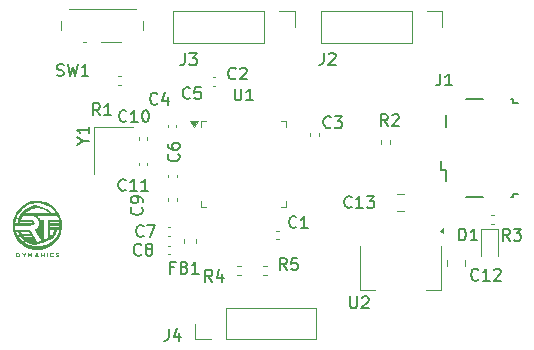
<source format=gbr>
%TF.GenerationSoftware,KiCad,Pcbnew,8.0.6*%
%TF.CreationDate,2024-12-16T15:44:53-05:00*%
%TF.ProjectId,stm32,73746d33-322e-46b6-9963-61645f706362,rev?*%
%TF.SameCoordinates,Original*%
%TF.FileFunction,Legend,Top*%
%TF.FilePolarity,Positive*%
%FSLAX46Y46*%
G04 Gerber Fmt 4.6, Leading zero omitted, Abs format (unit mm)*
G04 Created by KiCad (PCBNEW 8.0.6) date 2024-12-16 15:44:53*
%MOMM*%
%LPD*%
G01*
G04 APERTURE LIST*
%ADD10C,0.150000*%
%ADD11C,0.000000*%
%ADD12C,0.120000*%
G04 APERTURE END LIST*
D10*
X141960999Y-99895218D02*
X141913380Y-99942838D01*
X141913380Y-99942838D02*
X141770523Y-99990457D01*
X141770523Y-99990457D02*
X141675285Y-99990457D01*
X141675285Y-99990457D02*
X141532428Y-99942838D01*
X141532428Y-99942838D02*
X141437190Y-99847599D01*
X141437190Y-99847599D02*
X141389571Y-99752361D01*
X141389571Y-99752361D02*
X141341952Y-99561885D01*
X141341952Y-99561885D02*
X141341952Y-99419028D01*
X141341952Y-99419028D02*
X141389571Y-99228552D01*
X141389571Y-99228552D02*
X141437190Y-99133314D01*
X141437190Y-99133314D02*
X141532428Y-99038076D01*
X141532428Y-99038076D02*
X141675285Y-98990457D01*
X141675285Y-98990457D02*
X141770523Y-98990457D01*
X141770523Y-98990457D02*
X141913380Y-99038076D01*
X141913380Y-99038076D02*
X141960999Y-99085695D01*
X142865761Y-98990457D02*
X142389571Y-98990457D01*
X142389571Y-98990457D02*
X142341952Y-99466647D01*
X142341952Y-99466647D02*
X142389571Y-99419028D01*
X142389571Y-99419028D02*
X142484809Y-99371409D01*
X142484809Y-99371409D02*
X142722904Y-99371409D01*
X142722904Y-99371409D02*
X142818142Y-99419028D01*
X142818142Y-99419028D02*
X142865761Y-99466647D01*
X142865761Y-99466647D02*
X142913380Y-99561885D01*
X142913380Y-99561885D02*
X142913380Y-99799980D01*
X142913380Y-99799980D02*
X142865761Y-99895218D01*
X142865761Y-99895218D02*
X142818142Y-99942838D01*
X142818142Y-99942838D02*
X142722904Y-99990457D01*
X142722904Y-99990457D02*
X142484809Y-99990457D01*
X142484809Y-99990457D02*
X142389571Y-99942838D01*
X142389571Y-99942838D02*
X142341952Y-99895218D01*
X136522123Y-107660879D02*
X136474504Y-107708499D01*
X136474504Y-107708499D02*
X136331647Y-107756118D01*
X136331647Y-107756118D02*
X136236409Y-107756118D01*
X136236409Y-107756118D02*
X136093552Y-107708499D01*
X136093552Y-107708499D02*
X135998314Y-107613260D01*
X135998314Y-107613260D02*
X135950695Y-107518022D01*
X135950695Y-107518022D02*
X135903076Y-107327546D01*
X135903076Y-107327546D02*
X135903076Y-107184689D01*
X135903076Y-107184689D02*
X135950695Y-106994213D01*
X135950695Y-106994213D02*
X135998314Y-106898975D01*
X135998314Y-106898975D02*
X136093552Y-106803737D01*
X136093552Y-106803737D02*
X136236409Y-106756118D01*
X136236409Y-106756118D02*
X136331647Y-106756118D01*
X136331647Y-106756118D02*
X136474504Y-106803737D01*
X136474504Y-106803737D02*
X136522123Y-106851356D01*
X137474504Y-107756118D02*
X136903076Y-107756118D01*
X137188790Y-107756118D02*
X137188790Y-106756118D01*
X137188790Y-106756118D02*
X137093552Y-106898975D01*
X137093552Y-106898975D02*
X136998314Y-106994213D01*
X136998314Y-106994213D02*
X136903076Y-107041832D01*
X138426885Y-107756118D02*
X137855457Y-107756118D01*
X138141171Y-107756118D02*
X138141171Y-106756118D01*
X138141171Y-106756118D02*
X138045933Y-106898975D01*
X138045933Y-106898975D02*
X137950695Y-106994213D01*
X137950695Y-106994213D02*
X137855457Y-107041832D01*
X134333333Y-101354819D02*
X134000000Y-100878628D01*
X133761905Y-101354819D02*
X133761905Y-100354819D01*
X133761905Y-100354819D02*
X134142857Y-100354819D01*
X134142857Y-100354819D02*
X134238095Y-100402438D01*
X134238095Y-100402438D02*
X134285714Y-100450057D01*
X134285714Y-100450057D02*
X134333333Y-100545295D01*
X134333333Y-100545295D02*
X134333333Y-100688152D01*
X134333333Y-100688152D02*
X134285714Y-100783390D01*
X134285714Y-100783390D02*
X134238095Y-100831009D01*
X134238095Y-100831009D02*
X134142857Y-100878628D01*
X134142857Y-100878628D02*
X133761905Y-100878628D01*
X135285714Y-101354819D02*
X134714286Y-101354819D01*
X135000000Y-101354819D02*
X135000000Y-100354819D01*
X135000000Y-100354819D02*
X134904762Y-100497676D01*
X134904762Y-100497676D02*
X134809524Y-100592914D01*
X134809524Y-100592914D02*
X134714286Y-100640533D01*
X132900424Y-103505181D02*
X133376615Y-103505181D01*
X132376615Y-103838514D02*
X132900424Y-103505181D01*
X132900424Y-103505181D02*
X132376615Y-103171848D01*
X133376615Y-102314705D02*
X133376615Y-102886133D01*
X133376615Y-102600419D02*
X132376615Y-102600419D01*
X132376615Y-102600419D02*
X132519472Y-102695657D01*
X132519472Y-102695657D02*
X132614710Y-102790895D01*
X132614710Y-102790895D02*
X132662329Y-102886133D01*
X141536382Y-96130371D02*
X141536382Y-96844656D01*
X141536382Y-96844656D02*
X141488763Y-96987513D01*
X141488763Y-96987513D02*
X141393525Y-97082752D01*
X141393525Y-97082752D02*
X141250668Y-97130371D01*
X141250668Y-97130371D02*
X141155430Y-97130371D01*
X141917335Y-96130371D02*
X142536382Y-96130371D01*
X142536382Y-96130371D02*
X142203049Y-96511323D01*
X142203049Y-96511323D02*
X142345906Y-96511323D01*
X142345906Y-96511323D02*
X142441144Y-96558942D01*
X142441144Y-96558942D02*
X142488763Y-96606561D01*
X142488763Y-96606561D02*
X142536382Y-96701799D01*
X142536382Y-96701799D02*
X142536382Y-96939894D01*
X142536382Y-96939894D02*
X142488763Y-97035132D01*
X142488763Y-97035132D02*
X142441144Y-97082752D01*
X142441144Y-97082752D02*
X142345906Y-97130371D01*
X142345906Y-97130371D02*
X142060192Y-97130371D01*
X142060192Y-97130371D02*
X141964954Y-97082752D01*
X141964954Y-97082752D02*
X141917335Y-97035132D01*
X130695793Y-97983575D02*
X130838650Y-98031194D01*
X130838650Y-98031194D02*
X131076745Y-98031194D01*
X131076745Y-98031194D02*
X131171983Y-97983575D01*
X131171983Y-97983575D02*
X131219602Y-97935955D01*
X131219602Y-97935955D02*
X131267221Y-97840717D01*
X131267221Y-97840717D02*
X131267221Y-97745479D01*
X131267221Y-97745479D02*
X131219602Y-97650241D01*
X131219602Y-97650241D02*
X131171983Y-97602622D01*
X131171983Y-97602622D02*
X131076745Y-97555003D01*
X131076745Y-97555003D02*
X130886269Y-97507384D01*
X130886269Y-97507384D02*
X130791031Y-97459765D01*
X130791031Y-97459765D02*
X130743412Y-97412146D01*
X130743412Y-97412146D02*
X130695793Y-97316908D01*
X130695793Y-97316908D02*
X130695793Y-97221670D01*
X130695793Y-97221670D02*
X130743412Y-97126432D01*
X130743412Y-97126432D02*
X130791031Y-97078813D01*
X130791031Y-97078813D02*
X130886269Y-97031194D01*
X130886269Y-97031194D02*
X131124364Y-97031194D01*
X131124364Y-97031194D02*
X131267221Y-97078813D01*
X131600555Y-97031194D02*
X131838650Y-98031194D01*
X131838650Y-98031194D02*
X132029126Y-97316908D01*
X132029126Y-97316908D02*
X132219602Y-98031194D01*
X132219602Y-98031194D02*
X132457698Y-97031194D01*
X133362459Y-98031194D02*
X132791031Y-98031194D01*
X133076745Y-98031194D02*
X133076745Y-97031194D01*
X133076745Y-97031194D02*
X132981507Y-97174051D01*
X132981507Y-97174051D02*
X132886269Y-97269289D01*
X132886269Y-97269289D02*
X132791031Y-97316908D01*
X145738095Y-99104819D02*
X145738095Y-99914342D01*
X145738095Y-99914342D02*
X145785714Y-100009580D01*
X145785714Y-100009580D02*
X145833333Y-100057200D01*
X145833333Y-100057200D02*
X145928571Y-100104819D01*
X145928571Y-100104819D02*
X146119047Y-100104819D01*
X146119047Y-100104819D02*
X146214285Y-100057200D01*
X146214285Y-100057200D02*
X146261904Y-100009580D01*
X146261904Y-100009580D02*
X146309523Y-99914342D01*
X146309523Y-99914342D02*
X146309523Y-99104819D01*
X147309523Y-100104819D02*
X146738095Y-100104819D01*
X147023809Y-100104819D02*
X147023809Y-99104819D01*
X147023809Y-99104819D02*
X146928571Y-99247676D01*
X146928571Y-99247676D02*
X146833333Y-99342914D01*
X146833333Y-99342914D02*
X146738095Y-99390533D01*
X139204733Y-100359580D02*
X139157114Y-100407200D01*
X139157114Y-100407200D02*
X139014257Y-100454819D01*
X139014257Y-100454819D02*
X138919019Y-100454819D01*
X138919019Y-100454819D02*
X138776162Y-100407200D01*
X138776162Y-100407200D02*
X138680924Y-100311961D01*
X138680924Y-100311961D02*
X138633305Y-100216723D01*
X138633305Y-100216723D02*
X138585686Y-100026247D01*
X138585686Y-100026247D02*
X138585686Y-99883390D01*
X138585686Y-99883390D02*
X138633305Y-99692914D01*
X138633305Y-99692914D02*
X138680924Y-99597676D01*
X138680924Y-99597676D02*
X138776162Y-99502438D01*
X138776162Y-99502438D02*
X138919019Y-99454819D01*
X138919019Y-99454819D02*
X139014257Y-99454819D01*
X139014257Y-99454819D02*
X139157114Y-99502438D01*
X139157114Y-99502438D02*
X139204733Y-99550057D01*
X140061876Y-99788152D02*
X140061876Y-100454819D01*
X139823781Y-99407200D02*
X139585686Y-100121485D01*
X139585686Y-100121485D02*
X140204733Y-100121485D01*
X140982291Y-104643598D02*
X141029911Y-104691217D01*
X141029911Y-104691217D02*
X141077530Y-104834074D01*
X141077530Y-104834074D02*
X141077530Y-104929312D01*
X141077530Y-104929312D02*
X141029911Y-105072169D01*
X141029911Y-105072169D02*
X140934672Y-105167407D01*
X140934672Y-105167407D02*
X140839434Y-105215026D01*
X140839434Y-105215026D02*
X140648958Y-105262645D01*
X140648958Y-105262645D02*
X140506101Y-105262645D01*
X140506101Y-105262645D02*
X140315625Y-105215026D01*
X140315625Y-105215026D02*
X140220387Y-105167407D01*
X140220387Y-105167407D02*
X140125149Y-105072169D01*
X140125149Y-105072169D02*
X140077530Y-104929312D01*
X140077530Y-104929312D02*
X140077530Y-104834074D01*
X140077530Y-104834074D02*
X140125149Y-104691217D01*
X140125149Y-104691217D02*
X140172768Y-104643598D01*
X140077530Y-103786455D02*
X140077530Y-103976931D01*
X140077530Y-103976931D02*
X140125149Y-104072169D01*
X140125149Y-104072169D02*
X140172768Y-104119788D01*
X140172768Y-104119788D02*
X140315625Y-104215026D01*
X140315625Y-104215026D02*
X140506101Y-104262645D01*
X140506101Y-104262645D02*
X140887053Y-104262645D01*
X140887053Y-104262645D02*
X140982291Y-104215026D01*
X140982291Y-104215026D02*
X141029911Y-104167407D01*
X141029911Y-104167407D02*
X141077530Y-104072169D01*
X141077530Y-104072169D02*
X141077530Y-103881693D01*
X141077530Y-103881693D02*
X141029911Y-103786455D01*
X141029911Y-103786455D02*
X140982291Y-103738836D01*
X140982291Y-103738836D02*
X140887053Y-103691217D01*
X140887053Y-103691217D02*
X140648958Y-103691217D01*
X140648958Y-103691217D02*
X140553720Y-103738836D01*
X140553720Y-103738836D02*
X140506101Y-103786455D01*
X140506101Y-103786455D02*
X140458482Y-103881693D01*
X140458482Y-103881693D02*
X140458482Y-104072169D01*
X140458482Y-104072169D02*
X140506101Y-104167407D01*
X140506101Y-104167407D02*
X140553720Y-104215026D01*
X140553720Y-104215026D02*
X140648958Y-104262645D01*
X163146268Y-97834620D02*
X163146268Y-98548905D01*
X163146268Y-98548905D02*
X163098649Y-98691762D01*
X163098649Y-98691762D02*
X163003411Y-98787001D01*
X163003411Y-98787001D02*
X162860554Y-98834620D01*
X162860554Y-98834620D02*
X162765316Y-98834620D01*
X164146268Y-98834620D02*
X163574840Y-98834620D01*
X163860554Y-98834620D02*
X163860554Y-97834620D01*
X163860554Y-97834620D02*
X163765316Y-97977477D01*
X163765316Y-97977477D02*
X163670078Y-98072715D01*
X163670078Y-98072715D02*
X163574840Y-98120334D01*
X155643052Y-109108928D02*
X155595433Y-109156548D01*
X155595433Y-109156548D02*
X155452576Y-109204167D01*
X155452576Y-109204167D02*
X155357338Y-109204167D01*
X155357338Y-109204167D02*
X155214481Y-109156548D01*
X155214481Y-109156548D02*
X155119243Y-109061309D01*
X155119243Y-109061309D02*
X155071624Y-108966071D01*
X155071624Y-108966071D02*
X155024005Y-108775595D01*
X155024005Y-108775595D02*
X155024005Y-108632738D01*
X155024005Y-108632738D02*
X155071624Y-108442262D01*
X155071624Y-108442262D02*
X155119243Y-108347024D01*
X155119243Y-108347024D02*
X155214481Y-108251786D01*
X155214481Y-108251786D02*
X155357338Y-108204167D01*
X155357338Y-108204167D02*
X155452576Y-108204167D01*
X155452576Y-108204167D02*
X155595433Y-108251786D01*
X155595433Y-108251786D02*
X155643052Y-108299405D01*
X156595433Y-109204167D02*
X156024005Y-109204167D01*
X156309719Y-109204167D02*
X156309719Y-108204167D01*
X156309719Y-108204167D02*
X156214481Y-108347024D01*
X156214481Y-108347024D02*
X156119243Y-108442262D01*
X156119243Y-108442262D02*
X156024005Y-108489881D01*
X156928767Y-108204167D02*
X157547814Y-108204167D01*
X157547814Y-108204167D02*
X157214481Y-108585119D01*
X157214481Y-108585119D02*
X157357338Y-108585119D01*
X157357338Y-108585119D02*
X157452576Y-108632738D01*
X157452576Y-108632738D02*
X157500195Y-108680357D01*
X157500195Y-108680357D02*
X157547814Y-108775595D01*
X157547814Y-108775595D02*
X157547814Y-109013690D01*
X157547814Y-109013690D02*
X157500195Y-109108928D01*
X157500195Y-109108928D02*
X157452576Y-109156548D01*
X157452576Y-109156548D02*
X157357338Y-109204167D01*
X157357338Y-109204167D02*
X157071624Y-109204167D01*
X157071624Y-109204167D02*
X156976386Y-109156548D01*
X156976386Y-109156548D02*
X156928767Y-109108928D01*
X150961199Y-110814578D02*
X150913580Y-110862198D01*
X150913580Y-110862198D02*
X150770723Y-110909817D01*
X150770723Y-110909817D02*
X150675485Y-110909817D01*
X150675485Y-110909817D02*
X150532628Y-110862198D01*
X150532628Y-110862198D02*
X150437390Y-110766959D01*
X150437390Y-110766959D02*
X150389771Y-110671721D01*
X150389771Y-110671721D02*
X150342152Y-110481245D01*
X150342152Y-110481245D02*
X150342152Y-110338388D01*
X150342152Y-110338388D02*
X150389771Y-110147912D01*
X150389771Y-110147912D02*
X150437390Y-110052674D01*
X150437390Y-110052674D02*
X150532628Y-109957436D01*
X150532628Y-109957436D02*
X150675485Y-109909817D01*
X150675485Y-109909817D02*
X150770723Y-109909817D01*
X150770723Y-109909817D02*
X150913580Y-109957436D01*
X150913580Y-109957436D02*
X150961199Y-110005055D01*
X151913580Y-110909817D02*
X151342152Y-110909817D01*
X151627866Y-110909817D02*
X151627866Y-109909817D01*
X151627866Y-109909817D02*
X151532628Y-110052674D01*
X151532628Y-110052674D02*
X151437390Y-110147912D01*
X151437390Y-110147912D02*
X151342152Y-110195531D01*
X153884212Y-102359580D02*
X153836593Y-102407200D01*
X153836593Y-102407200D02*
X153693736Y-102454819D01*
X153693736Y-102454819D02*
X153598498Y-102454819D01*
X153598498Y-102454819D02*
X153455641Y-102407200D01*
X153455641Y-102407200D02*
X153360403Y-102311961D01*
X153360403Y-102311961D02*
X153312784Y-102216723D01*
X153312784Y-102216723D02*
X153265165Y-102026247D01*
X153265165Y-102026247D02*
X153265165Y-101883390D01*
X153265165Y-101883390D02*
X153312784Y-101692914D01*
X153312784Y-101692914D02*
X153360403Y-101597676D01*
X153360403Y-101597676D02*
X153455641Y-101502438D01*
X153455641Y-101502438D02*
X153598498Y-101454819D01*
X153598498Y-101454819D02*
X153693736Y-101454819D01*
X153693736Y-101454819D02*
X153836593Y-101502438D01*
X153836593Y-101502438D02*
X153884212Y-101550057D01*
X154217546Y-101454819D02*
X154836593Y-101454819D01*
X154836593Y-101454819D02*
X154503260Y-101835771D01*
X154503260Y-101835771D02*
X154646117Y-101835771D01*
X154646117Y-101835771D02*
X154741355Y-101883390D01*
X154741355Y-101883390D02*
X154788974Y-101931009D01*
X154788974Y-101931009D02*
X154836593Y-102026247D01*
X154836593Y-102026247D02*
X154836593Y-102264342D01*
X154836593Y-102264342D02*
X154788974Y-102359580D01*
X154788974Y-102359580D02*
X154741355Y-102407200D01*
X154741355Y-102407200D02*
X154646117Y-102454819D01*
X154646117Y-102454819D02*
X154360403Y-102454819D01*
X154360403Y-102454819D02*
X154265165Y-102407200D01*
X154265165Y-102407200D02*
X154217546Y-102359580D01*
X143833333Y-115454819D02*
X143500000Y-114978628D01*
X143261905Y-115454819D02*
X143261905Y-114454819D01*
X143261905Y-114454819D02*
X143642857Y-114454819D01*
X143642857Y-114454819D02*
X143738095Y-114502438D01*
X143738095Y-114502438D02*
X143785714Y-114550057D01*
X143785714Y-114550057D02*
X143833333Y-114645295D01*
X143833333Y-114645295D02*
X143833333Y-114788152D01*
X143833333Y-114788152D02*
X143785714Y-114883390D01*
X143785714Y-114883390D02*
X143738095Y-114931009D01*
X143738095Y-114931009D02*
X143642857Y-114978628D01*
X143642857Y-114978628D02*
X143261905Y-114978628D01*
X144690476Y-114788152D02*
X144690476Y-115454819D01*
X144452381Y-114407200D02*
X144214286Y-115121485D01*
X144214286Y-115121485D02*
X144833333Y-115121485D01*
X137859580Y-109166666D02*
X137907200Y-109214285D01*
X137907200Y-109214285D02*
X137954819Y-109357142D01*
X137954819Y-109357142D02*
X137954819Y-109452380D01*
X137954819Y-109452380D02*
X137907200Y-109595237D01*
X137907200Y-109595237D02*
X137811961Y-109690475D01*
X137811961Y-109690475D02*
X137716723Y-109738094D01*
X137716723Y-109738094D02*
X137526247Y-109785713D01*
X137526247Y-109785713D02*
X137383390Y-109785713D01*
X137383390Y-109785713D02*
X137192914Y-109738094D01*
X137192914Y-109738094D02*
X137097676Y-109690475D01*
X137097676Y-109690475D02*
X137002438Y-109595237D01*
X137002438Y-109595237D02*
X136954819Y-109452380D01*
X136954819Y-109452380D02*
X136954819Y-109357142D01*
X136954819Y-109357142D02*
X137002438Y-109214285D01*
X137002438Y-109214285D02*
X137050057Y-109166666D01*
X137954819Y-108690475D02*
X137954819Y-108499999D01*
X137954819Y-108499999D02*
X137907200Y-108404761D01*
X137907200Y-108404761D02*
X137859580Y-108357142D01*
X137859580Y-108357142D02*
X137716723Y-108261904D01*
X137716723Y-108261904D02*
X137526247Y-108214285D01*
X137526247Y-108214285D02*
X137145295Y-108214285D01*
X137145295Y-108214285D02*
X137050057Y-108261904D01*
X137050057Y-108261904D02*
X137002438Y-108309523D01*
X137002438Y-108309523D02*
X136954819Y-108404761D01*
X136954819Y-108404761D02*
X136954819Y-108595237D01*
X136954819Y-108595237D02*
X137002438Y-108690475D01*
X137002438Y-108690475D02*
X137050057Y-108738094D01*
X137050057Y-108738094D02*
X137145295Y-108785713D01*
X137145295Y-108785713D02*
X137383390Y-108785713D01*
X137383390Y-108785713D02*
X137478628Y-108738094D01*
X137478628Y-108738094D02*
X137526247Y-108690475D01*
X137526247Y-108690475D02*
X137573866Y-108595237D01*
X137573866Y-108595237D02*
X137573866Y-108404761D01*
X137573866Y-108404761D02*
X137526247Y-108309523D01*
X137526247Y-108309523D02*
X137478628Y-108261904D01*
X137478628Y-108261904D02*
X137383390Y-108214285D01*
X166383115Y-115259580D02*
X166335496Y-115307200D01*
X166335496Y-115307200D02*
X166192639Y-115354819D01*
X166192639Y-115354819D02*
X166097401Y-115354819D01*
X166097401Y-115354819D02*
X165954544Y-115307200D01*
X165954544Y-115307200D02*
X165859306Y-115211961D01*
X165859306Y-115211961D02*
X165811687Y-115116723D01*
X165811687Y-115116723D02*
X165764068Y-114926247D01*
X165764068Y-114926247D02*
X165764068Y-114783390D01*
X165764068Y-114783390D02*
X165811687Y-114592914D01*
X165811687Y-114592914D02*
X165859306Y-114497676D01*
X165859306Y-114497676D02*
X165954544Y-114402438D01*
X165954544Y-114402438D02*
X166097401Y-114354819D01*
X166097401Y-114354819D02*
X166192639Y-114354819D01*
X166192639Y-114354819D02*
X166335496Y-114402438D01*
X166335496Y-114402438D02*
X166383115Y-114450057D01*
X167335496Y-115354819D02*
X166764068Y-115354819D01*
X167049782Y-115354819D02*
X167049782Y-114354819D01*
X167049782Y-114354819D02*
X166954544Y-114497676D01*
X166954544Y-114497676D02*
X166859306Y-114592914D01*
X166859306Y-114592914D02*
X166764068Y-114640533D01*
X167716449Y-114450057D02*
X167764068Y-114402438D01*
X167764068Y-114402438D02*
X167859306Y-114354819D01*
X167859306Y-114354819D02*
X168097401Y-114354819D01*
X168097401Y-114354819D02*
X168192639Y-114402438D01*
X168192639Y-114402438D02*
X168240258Y-114450057D01*
X168240258Y-114450057D02*
X168287877Y-114545295D01*
X168287877Y-114545295D02*
X168287877Y-114640533D01*
X168287877Y-114640533D02*
X168240258Y-114783390D01*
X168240258Y-114783390D02*
X167668830Y-115354819D01*
X167668830Y-115354819D02*
X168287877Y-115354819D01*
X169021173Y-111983451D02*
X168687840Y-111507260D01*
X168449745Y-111983451D02*
X168449745Y-110983451D01*
X168449745Y-110983451D02*
X168830697Y-110983451D01*
X168830697Y-110983451D02*
X168925935Y-111031070D01*
X168925935Y-111031070D02*
X168973554Y-111078689D01*
X168973554Y-111078689D02*
X169021173Y-111173927D01*
X169021173Y-111173927D02*
X169021173Y-111316784D01*
X169021173Y-111316784D02*
X168973554Y-111412022D01*
X168973554Y-111412022D02*
X168925935Y-111459641D01*
X168925935Y-111459641D02*
X168830697Y-111507260D01*
X168830697Y-111507260D02*
X168449745Y-111507260D01*
X169354507Y-110983451D02*
X169973554Y-110983451D01*
X169973554Y-110983451D02*
X169640221Y-111364403D01*
X169640221Y-111364403D02*
X169783078Y-111364403D01*
X169783078Y-111364403D02*
X169878316Y-111412022D01*
X169878316Y-111412022D02*
X169925935Y-111459641D01*
X169925935Y-111459641D02*
X169973554Y-111554879D01*
X169973554Y-111554879D02*
X169973554Y-111792974D01*
X169973554Y-111792974D02*
X169925935Y-111888212D01*
X169925935Y-111888212D02*
X169878316Y-111935832D01*
X169878316Y-111935832D02*
X169783078Y-111983451D01*
X169783078Y-111983451D02*
X169497364Y-111983451D01*
X169497364Y-111983451D02*
X169402126Y-111935832D01*
X169402126Y-111935832D02*
X169354507Y-111888212D01*
X140643322Y-114244264D02*
X140309989Y-114244264D01*
X140309989Y-114768074D02*
X140309989Y-113768074D01*
X140309989Y-113768074D02*
X140786179Y-113768074D01*
X141500465Y-114244264D02*
X141643322Y-114291883D01*
X141643322Y-114291883D02*
X141690941Y-114339502D01*
X141690941Y-114339502D02*
X141738560Y-114434740D01*
X141738560Y-114434740D02*
X141738560Y-114577597D01*
X141738560Y-114577597D02*
X141690941Y-114672835D01*
X141690941Y-114672835D02*
X141643322Y-114720455D01*
X141643322Y-114720455D02*
X141548084Y-114768074D01*
X141548084Y-114768074D02*
X141167132Y-114768074D01*
X141167132Y-114768074D02*
X141167132Y-113768074D01*
X141167132Y-113768074D02*
X141500465Y-113768074D01*
X141500465Y-113768074D02*
X141595703Y-113815693D01*
X141595703Y-113815693D02*
X141643322Y-113863312D01*
X141643322Y-113863312D02*
X141690941Y-113958550D01*
X141690941Y-113958550D02*
X141690941Y-114053788D01*
X141690941Y-114053788D02*
X141643322Y-114149026D01*
X141643322Y-114149026D02*
X141595703Y-114196645D01*
X141595703Y-114196645D02*
X141500465Y-114244264D01*
X141500465Y-114244264D02*
X141167132Y-114244264D01*
X142690941Y-114768074D02*
X142119513Y-114768074D01*
X142405227Y-114768074D02*
X142405227Y-113768074D01*
X142405227Y-113768074D02*
X142309989Y-113910931D01*
X142309989Y-113910931D02*
X142214751Y-114006169D01*
X142214751Y-114006169D02*
X142119513Y-114053788D01*
X155524005Y-116704167D02*
X155524005Y-117513690D01*
X155524005Y-117513690D02*
X155571624Y-117608928D01*
X155571624Y-117608928D02*
X155619243Y-117656548D01*
X155619243Y-117656548D02*
X155714481Y-117704167D01*
X155714481Y-117704167D02*
X155904957Y-117704167D01*
X155904957Y-117704167D02*
X156000195Y-117656548D01*
X156000195Y-117656548D02*
X156047814Y-117608928D01*
X156047814Y-117608928D02*
X156095433Y-117513690D01*
X156095433Y-117513690D02*
X156095433Y-116704167D01*
X156524005Y-116799405D02*
X156571624Y-116751786D01*
X156571624Y-116751786D02*
X156666862Y-116704167D01*
X156666862Y-116704167D02*
X156904957Y-116704167D01*
X156904957Y-116704167D02*
X157000195Y-116751786D01*
X157000195Y-116751786D02*
X157047814Y-116799405D01*
X157047814Y-116799405D02*
X157095433Y-116894643D01*
X157095433Y-116894643D02*
X157095433Y-116989881D01*
X157095433Y-116989881D02*
X157047814Y-117132738D01*
X157047814Y-117132738D02*
X156476386Y-117704167D01*
X156476386Y-117704167D02*
X157095433Y-117704167D01*
X158703963Y-102278637D02*
X158370630Y-101802446D01*
X158132535Y-102278637D02*
X158132535Y-101278637D01*
X158132535Y-101278637D02*
X158513487Y-101278637D01*
X158513487Y-101278637D02*
X158608725Y-101326256D01*
X158608725Y-101326256D02*
X158656344Y-101373875D01*
X158656344Y-101373875D02*
X158703963Y-101469113D01*
X158703963Y-101469113D02*
X158703963Y-101611970D01*
X158703963Y-101611970D02*
X158656344Y-101707208D01*
X158656344Y-101707208D02*
X158608725Y-101754827D01*
X158608725Y-101754827D02*
X158513487Y-101802446D01*
X158513487Y-101802446D02*
X158132535Y-101802446D01*
X159084916Y-101373875D02*
X159132535Y-101326256D01*
X159132535Y-101326256D02*
X159227773Y-101278637D01*
X159227773Y-101278637D02*
X159465868Y-101278637D01*
X159465868Y-101278637D02*
X159561106Y-101326256D01*
X159561106Y-101326256D02*
X159608725Y-101373875D01*
X159608725Y-101373875D02*
X159656344Y-101469113D01*
X159656344Y-101469113D02*
X159656344Y-101564351D01*
X159656344Y-101564351D02*
X159608725Y-101707208D01*
X159608725Y-101707208D02*
X159037297Y-102278637D01*
X159037297Y-102278637D02*
X159656344Y-102278637D01*
X150153333Y-114454819D02*
X149820000Y-113978628D01*
X149581905Y-114454819D02*
X149581905Y-113454819D01*
X149581905Y-113454819D02*
X149962857Y-113454819D01*
X149962857Y-113454819D02*
X150058095Y-113502438D01*
X150058095Y-113502438D02*
X150105714Y-113550057D01*
X150105714Y-113550057D02*
X150153333Y-113645295D01*
X150153333Y-113645295D02*
X150153333Y-113788152D01*
X150153333Y-113788152D02*
X150105714Y-113883390D01*
X150105714Y-113883390D02*
X150058095Y-113931009D01*
X150058095Y-113931009D02*
X149962857Y-113978628D01*
X149962857Y-113978628D02*
X149581905Y-113978628D01*
X151058095Y-113454819D02*
X150581905Y-113454819D01*
X150581905Y-113454819D02*
X150534286Y-113931009D01*
X150534286Y-113931009D02*
X150581905Y-113883390D01*
X150581905Y-113883390D02*
X150677143Y-113835771D01*
X150677143Y-113835771D02*
X150915238Y-113835771D01*
X150915238Y-113835771D02*
X151010476Y-113883390D01*
X151010476Y-113883390D02*
X151058095Y-113931009D01*
X151058095Y-113931009D02*
X151105714Y-114026247D01*
X151105714Y-114026247D02*
X151105714Y-114264342D01*
X151105714Y-114264342D02*
X151058095Y-114359580D01*
X151058095Y-114359580D02*
X151010476Y-114407200D01*
X151010476Y-114407200D02*
X150915238Y-114454819D01*
X150915238Y-114454819D02*
X150677143Y-114454819D01*
X150677143Y-114454819D02*
X150581905Y-114407200D01*
X150581905Y-114407200D02*
X150534286Y-114359580D01*
X164761905Y-111954819D02*
X164761905Y-110954819D01*
X164761905Y-110954819D02*
X165000000Y-110954819D01*
X165000000Y-110954819D02*
X165142857Y-111002438D01*
X165142857Y-111002438D02*
X165238095Y-111097676D01*
X165238095Y-111097676D02*
X165285714Y-111192914D01*
X165285714Y-111192914D02*
X165333333Y-111383390D01*
X165333333Y-111383390D02*
X165333333Y-111526247D01*
X165333333Y-111526247D02*
X165285714Y-111716723D01*
X165285714Y-111716723D02*
X165238095Y-111811961D01*
X165238095Y-111811961D02*
X165142857Y-111907200D01*
X165142857Y-111907200D02*
X165000000Y-111954819D01*
X165000000Y-111954819D02*
X164761905Y-111954819D01*
X166285714Y-111954819D02*
X165714286Y-111954819D01*
X166000000Y-111954819D02*
X166000000Y-110954819D01*
X166000000Y-110954819D02*
X165904762Y-111097676D01*
X165904762Y-111097676D02*
X165809524Y-111192914D01*
X165809524Y-111192914D02*
X165714286Y-111240533D01*
X137833333Y-113140413D02*
X137785714Y-113188033D01*
X137785714Y-113188033D02*
X137642857Y-113235652D01*
X137642857Y-113235652D02*
X137547619Y-113235652D01*
X137547619Y-113235652D02*
X137404762Y-113188033D01*
X137404762Y-113188033D02*
X137309524Y-113092794D01*
X137309524Y-113092794D02*
X137261905Y-112997556D01*
X137261905Y-112997556D02*
X137214286Y-112807080D01*
X137214286Y-112807080D02*
X137214286Y-112664223D01*
X137214286Y-112664223D02*
X137261905Y-112473747D01*
X137261905Y-112473747D02*
X137309524Y-112378509D01*
X137309524Y-112378509D02*
X137404762Y-112283271D01*
X137404762Y-112283271D02*
X137547619Y-112235652D01*
X137547619Y-112235652D02*
X137642857Y-112235652D01*
X137642857Y-112235652D02*
X137785714Y-112283271D01*
X137785714Y-112283271D02*
X137833333Y-112330890D01*
X138404762Y-112664223D02*
X138309524Y-112616604D01*
X138309524Y-112616604D02*
X138261905Y-112568985D01*
X138261905Y-112568985D02*
X138214286Y-112473747D01*
X138214286Y-112473747D02*
X138214286Y-112426128D01*
X138214286Y-112426128D02*
X138261905Y-112330890D01*
X138261905Y-112330890D02*
X138309524Y-112283271D01*
X138309524Y-112283271D02*
X138404762Y-112235652D01*
X138404762Y-112235652D02*
X138595238Y-112235652D01*
X138595238Y-112235652D02*
X138690476Y-112283271D01*
X138690476Y-112283271D02*
X138738095Y-112330890D01*
X138738095Y-112330890D02*
X138785714Y-112426128D01*
X138785714Y-112426128D02*
X138785714Y-112473747D01*
X138785714Y-112473747D02*
X138738095Y-112568985D01*
X138738095Y-112568985D02*
X138690476Y-112616604D01*
X138690476Y-112616604D02*
X138595238Y-112664223D01*
X138595238Y-112664223D02*
X138404762Y-112664223D01*
X138404762Y-112664223D02*
X138309524Y-112711842D01*
X138309524Y-112711842D02*
X138261905Y-112759461D01*
X138261905Y-112759461D02*
X138214286Y-112854699D01*
X138214286Y-112854699D02*
X138214286Y-113045175D01*
X138214286Y-113045175D02*
X138261905Y-113140413D01*
X138261905Y-113140413D02*
X138309524Y-113188033D01*
X138309524Y-113188033D02*
X138404762Y-113235652D01*
X138404762Y-113235652D02*
X138595238Y-113235652D01*
X138595238Y-113235652D02*
X138690476Y-113188033D01*
X138690476Y-113188033D02*
X138738095Y-113140413D01*
X138738095Y-113140413D02*
X138785714Y-113045175D01*
X138785714Y-113045175D02*
X138785714Y-112854699D01*
X138785714Y-112854699D02*
X138738095Y-112759461D01*
X138738095Y-112759461D02*
X138690476Y-112711842D01*
X138690476Y-112711842D02*
X138595238Y-112664223D01*
X140166666Y-119454819D02*
X140166666Y-120169104D01*
X140166666Y-120169104D02*
X140119047Y-120311961D01*
X140119047Y-120311961D02*
X140023809Y-120407200D01*
X140023809Y-120407200D02*
X139880952Y-120454819D01*
X139880952Y-120454819D02*
X139785714Y-120454819D01*
X141071428Y-119788152D02*
X141071428Y-120454819D01*
X140833333Y-119407200D02*
X140595238Y-120121485D01*
X140595238Y-120121485D02*
X141214285Y-120121485D01*
X136570965Y-101832385D02*
X136523346Y-101880005D01*
X136523346Y-101880005D02*
X136380489Y-101927624D01*
X136380489Y-101927624D02*
X136285251Y-101927624D01*
X136285251Y-101927624D02*
X136142394Y-101880005D01*
X136142394Y-101880005D02*
X136047156Y-101784766D01*
X136047156Y-101784766D02*
X135999537Y-101689528D01*
X135999537Y-101689528D02*
X135951918Y-101499052D01*
X135951918Y-101499052D02*
X135951918Y-101356195D01*
X135951918Y-101356195D02*
X135999537Y-101165719D01*
X135999537Y-101165719D02*
X136047156Y-101070481D01*
X136047156Y-101070481D02*
X136142394Y-100975243D01*
X136142394Y-100975243D02*
X136285251Y-100927624D01*
X136285251Y-100927624D02*
X136380489Y-100927624D01*
X136380489Y-100927624D02*
X136523346Y-100975243D01*
X136523346Y-100975243D02*
X136570965Y-101022862D01*
X137523346Y-101927624D02*
X136951918Y-101927624D01*
X137237632Y-101927624D02*
X137237632Y-100927624D01*
X137237632Y-100927624D02*
X137142394Y-101070481D01*
X137142394Y-101070481D02*
X137047156Y-101165719D01*
X137047156Y-101165719D02*
X136951918Y-101213338D01*
X138142394Y-100927624D02*
X138237632Y-100927624D01*
X138237632Y-100927624D02*
X138332870Y-100975243D01*
X138332870Y-100975243D02*
X138380489Y-101022862D01*
X138380489Y-101022862D02*
X138428108Y-101118100D01*
X138428108Y-101118100D02*
X138475727Y-101308576D01*
X138475727Y-101308576D02*
X138475727Y-101546671D01*
X138475727Y-101546671D02*
X138428108Y-101737147D01*
X138428108Y-101737147D02*
X138380489Y-101832385D01*
X138380489Y-101832385D02*
X138332870Y-101880005D01*
X138332870Y-101880005D02*
X138237632Y-101927624D01*
X138237632Y-101927624D02*
X138142394Y-101927624D01*
X138142394Y-101927624D02*
X138047156Y-101880005D01*
X138047156Y-101880005D02*
X137999537Y-101832385D01*
X137999537Y-101832385D02*
X137951918Y-101737147D01*
X137951918Y-101737147D02*
X137904299Y-101546671D01*
X137904299Y-101546671D02*
X137904299Y-101308576D01*
X137904299Y-101308576D02*
X137951918Y-101118100D01*
X137951918Y-101118100D02*
X137999537Y-101022862D01*
X137999537Y-101022862D02*
X138047156Y-100975243D01*
X138047156Y-100975243D02*
X138142394Y-100927624D01*
X138029372Y-111571155D02*
X137981753Y-111618775D01*
X137981753Y-111618775D02*
X137838896Y-111666394D01*
X137838896Y-111666394D02*
X137743658Y-111666394D01*
X137743658Y-111666394D02*
X137600801Y-111618775D01*
X137600801Y-111618775D02*
X137505563Y-111523536D01*
X137505563Y-111523536D02*
X137457944Y-111428298D01*
X137457944Y-111428298D02*
X137410325Y-111237822D01*
X137410325Y-111237822D02*
X137410325Y-111094965D01*
X137410325Y-111094965D02*
X137457944Y-110904489D01*
X137457944Y-110904489D02*
X137505563Y-110809251D01*
X137505563Y-110809251D02*
X137600801Y-110714013D01*
X137600801Y-110714013D02*
X137743658Y-110666394D01*
X137743658Y-110666394D02*
X137838896Y-110666394D01*
X137838896Y-110666394D02*
X137981753Y-110714013D01*
X137981753Y-110714013D02*
X138029372Y-110761632D01*
X138362706Y-110666394D02*
X139029372Y-110666394D01*
X139029372Y-110666394D02*
X138600801Y-111666394D01*
X153283760Y-96085351D02*
X153283760Y-96799636D01*
X153283760Y-96799636D02*
X153236141Y-96942493D01*
X153236141Y-96942493D02*
X153140903Y-97037732D01*
X153140903Y-97037732D02*
X152998046Y-97085351D01*
X152998046Y-97085351D02*
X152902808Y-97085351D01*
X153712332Y-96180589D02*
X153759951Y-96132970D01*
X153759951Y-96132970D02*
X153855189Y-96085351D01*
X153855189Y-96085351D02*
X154093284Y-96085351D01*
X154093284Y-96085351D02*
X154188522Y-96132970D01*
X154188522Y-96132970D02*
X154236141Y-96180589D01*
X154236141Y-96180589D02*
X154283760Y-96275827D01*
X154283760Y-96275827D02*
X154283760Y-96371065D01*
X154283760Y-96371065D02*
X154236141Y-96513922D01*
X154236141Y-96513922D02*
X153664713Y-97085351D01*
X153664713Y-97085351D02*
X154283760Y-97085351D01*
X145825812Y-98235643D02*
X145778193Y-98283263D01*
X145778193Y-98283263D02*
X145635336Y-98330882D01*
X145635336Y-98330882D02*
X145540098Y-98330882D01*
X145540098Y-98330882D02*
X145397241Y-98283263D01*
X145397241Y-98283263D02*
X145302003Y-98188024D01*
X145302003Y-98188024D02*
X145254384Y-98092786D01*
X145254384Y-98092786D02*
X145206765Y-97902310D01*
X145206765Y-97902310D02*
X145206765Y-97759453D01*
X145206765Y-97759453D02*
X145254384Y-97568977D01*
X145254384Y-97568977D02*
X145302003Y-97473739D01*
X145302003Y-97473739D02*
X145397241Y-97378501D01*
X145397241Y-97378501D02*
X145540098Y-97330882D01*
X145540098Y-97330882D02*
X145635336Y-97330882D01*
X145635336Y-97330882D02*
X145778193Y-97378501D01*
X145778193Y-97378501D02*
X145825812Y-97426120D01*
X146206765Y-97426120D02*
X146254384Y-97378501D01*
X146254384Y-97378501D02*
X146349622Y-97330882D01*
X146349622Y-97330882D02*
X146587717Y-97330882D01*
X146587717Y-97330882D02*
X146682955Y-97378501D01*
X146682955Y-97378501D02*
X146730574Y-97426120D01*
X146730574Y-97426120D02*
X146778193Y-97521358D01*
X146778193Y-97521358D02*
X146778193Y-97616596D01*
X146778193Y-97616596D02*
X146730574Y-97759453D01*
X146730574Y-97759453D02*
X146159146Y-98330882D01*
X146159146Y-98330882D02*
X146778193Y-98330882D01*
D11*
%TO.C,G\u002A\u002A\u002A*%
G36*
X130818416Y-113017396D02*
G01*
X130850588Y-113030242D01*
X130884148Y-113048043D01*
X130898006Y-113061867D01*
X130894140Y-113076342D01*
X130877547Y-113093386D01*
X130855827Y-113107460D01*
X130832967Y-113104603D01*
X130824519Y-113101024D01*
X130788633Y-113090356D01*
X130750241Y-113087353D01*
X130717027Y-113091680D01*
X130696676Y-113103002D01*
X130694571Y-113106691D01*
X130696718Y-113128911D01*
X130720258Y-113147143D01*
X130763429Y-113160187D01*
X130776457Y-113162404D01*
X130818414Y-113172990D01*
X130857851Y-113189470D01*
X130863397Y-113192633D01*
X130888938Y-113212153D01*
X130899347Y-113235379D01*
X130900919Y-113260699D01*
X130891179Y-113311709D01*
X130862125Y-113349723D01*
X130814006Y-113374442D01*
X130802760Y-113377603D01*
X130762704Y-113386670D01*
X130734679Y-113388876D01*
X130708393Y-113384123D01*
X130685170Y-113376480D01*
X130649504Y-113360275D01*
X130617342Y-113341071D01*
X130584500Y-113318067D01*
X130609597Y-113291353D01*
X130634693Y-113264640D01*
X130686746Y-113287666D01*
X130731169Y-113301264D01*
X130772352Y-113303437D01*
X130803586Y-113294385D01*
X130814636Y-113283854D01*
X130816116Y-113268846D01*
X130799527Y-113254895D01*
X130762883Y-113240768D01*
X130730561Y-113231726D01*
X130674060Y-113214648D01*
X130636976Y-113196496D01*
X130615447Y-113174717D01*
X130606092Y-113149452D01*
X130606754Y-113100972D01*
X130626181Y-113060704D01*
X130660716Y-113030430D01*
X130706705Y-113011932D01*
X130760490Y-113006993D01*
X130818416Y-113017396D01*
G37*
G36*
X127329408Y-113005942D02*
G01*
X127408518Y-113010496D01*
X127470171Y-113024838D01*
X127518613Y-113050210D01*
X127539106Y-113067325D01*
X127579096Y-113119249D01*
X127596509Y-113176164D01*
X127591173Y-113236581D01*
X127565290Y-113295192D01*
X127530162Y-113334471D01*
X127479526Y-113360981D01*
X127411509Y-113375439D01*
X127346901Y-113378808D01*
X127250689Y-113379064D01*
X127250689Y-113192470D01*
X127250689Y-113190527D01*
X127250689Y-113099174D01*
X127332324Y-113099174D01*
X127332324Y-113190527D01*
X127333254Y-113234651D01*
X127335718Y-113269289D01*
X127339229Y-113288213D01*
X127340098Y-113289654D01*
X127363206Y-113298500D01*
X127397973Y-113297148D01*
X127435855Y-113287059D01*
X127468309Y-113269691D01*
X127471374Y-113267237D01*
X127500237Y-113231486D01*
X127506051Y-113192467D01*
X127488797Y-113150596D01*
X127477063Y-113135055D01*
X127454767Y-113112645D01*
X127431119Y-113102088D01*
X127395928Y-113099203D01*
X127389597Y-113099174D01*
X127332324Y-113099174D01*
X127250689Y-113099174D01*
X127250689Y-113005877D01*
X127329408Y-113005942D01*
G37*
G36*
X127812765Y-113007540D02*
G01*
X127832585Y-113015361D01*
X127852499Y-113033587D01*
X127878776Y-113066465D01*
X127881464Y-113070019D01*
X127905960Y-113101928D01*
X127924364Y-113124897D01*
X127932838Y-113134143D01*
X127932920Y-113134160D01*
X127940885Y-113125601D01*
X127958957Y-113103100D01*
X127983315Y-113071423D01*
X127984702Y-113069588D01*
X128011466Y-113035456D01*
X128030925Y-113016380D01*
X128049215Y-113008352D01*
X128072468Y-113007365D01*
X128079400Y-113007726D01*
X128108366Y-113011121D01*
X128124287Y-113016263D01*
X128125345Y-113017921D01*
X128118971Y-113030754D01*
X128102382Y-113056786D01*
X128079380Y-113090571D01*
X128053766Y-113126665D01*
X128029340Y-113159622D01*
X128009903Y-113183996D01*
X128007493Y-113186756D01*
X127994015Y-113211577D01*
X127985999Y-113251873D01*
X127983081Y-113291715D01*
X127979569Y-113373233D01*
X127935836Y-113376852D01*
X127892103Y-113380472D01*
X127892103Y-113300033D01*
X127892103Y-113219594D01*
X127816300Y-113123380D01*
X127784967Y-113082653D01*
X127759941Y-113048302D01*
X127744273Y-113024626D01*
X127740496Y-113016522D01*
X127750839Y-113009833D01*
X127776653Y-113006135D01*
X127786767Y-113005877D01*
X127812765Y-113007540D01*
G37*
G36*
X128324486Y-113024961D02*
G01*
X128361226Y-113054500D01*
X128411632Y-113101270D01*
X128451637Y-113139347D01*
X128485974Y-113171088D01*
X128510964Y-113193153D01*
X128522879Y-113202189D01*
X128527806Y-113193347D01*
X128531522Y-113166410D01*
X128533404Y-113126602D01*
X128533517Y-113113084D01*
X128533517Y-113020091D01*
X128574691Y-113015284D01*
X128603428Y-113013482D01*
X128620361Y-113015318D01*
X128621339Y-113015952D01*
X128623231Y-113028914D01*
X128624840Y-113061048D01*
X128626042Y-113108203D01*
X128626714Y-113166227D01*
X128626814Y-113200245D01*
X128626690Y-113268282D01*
X128626002Y-113316430D01*
X128624281Y-113348123D01*
X128621055Y-113366796D01*
X128615852Y-113375885D01*
X128608202Y-113378824D01*
X128602282Y-113379064D01*
X128583070Y-113371278D01*
X128551304Y-113349809D01*
X128510901Y-113317492D01*
X128481409Y-113291598D01*
X128442155Y-113256528D01*
X128409213Y-113228161D01*
X128386364Y-113209684D01*
X128377658Y-113204133D01*
X128374116Y-113214843D01*
X128371496Y-113243173D01*
X128370281Y-113283424D01*
X128370248Y-113291598D01*
X128370248Y-113379064D01*
X128329431Y-113379064D01*
X128288614Y-113379064D01*
X128286670Y-113215795D01*
X128285896Y-113155040D01*
X128285120Y-113101617D01*
X128284420Y-113060388D01*
X128283873Y-113036213D01*
X128283755Y-113033089D01*
X128287009Y-113014926D01*
X128300167Y-113011993D01*
X128324486Y-113024961D01*
G37*
G36*
X129007737Y-113007738D02*
G01*
X129023123Y-113015471D01*
X129038091Y-113032304D01*
X129054915Y-113061466D01*
X129075868Y-113106183D01*
X129100524Y-113163315D01*
X129123168Y-113215931D01*
X129145709Y-113267014D01*
X129164482Y-113308303D01*
X129170370Y-113320753D01*
X129195698Y-113373233D01*
X129153311Y-113377022D01*
X129120147Y-113375982D01*
X129099790Y-113363200D01*
X129094857Y-113356613D01*
X129083220Y-113343841D01*
X129065551Y-113336490D01*
X129035937Y-113333151D01*
X128993157Y-113332415D01*
X128947639Y-113333269D01*
X128919777Y-113336724D01*
X128903938Y-113344118D01*
X128895042Y-113355740D01*
X128877994Y-113372609D01*
X128847090Y-113378849D01*
X128836916Y-113379064D01*
X128791273Y-113379064D01*
X128809299Y-113335331D01*
X128824118Y-113300603D01*
X128843843Y-113255917D01*
X128846164Y-113250781D01*
X128942807Y-113250781D01*
X128994728Y-113250781D01*
X129025842Y-113249517D01*
X129044380Y-113246322D01*
X129046649Y-113244485D01*
X129041403Y-113228211D01*
X129028650Y-113202334D01*
X129012870Y-113174739D01*
X128998540Y-113153313D01*
X128990617Y-113145822D01*
X128981736Y-113155754D01*
X128969164Y-113181013D01*
X128962257Y-113198302D01*
X128942807Y-113250781D01*
X128846164Y-113250781D01*
X128859339Y-113221626D01*
X128882519Y-113170683D01*
X128908239Y-113113752D01*
X128923945Y-113078765D01*
X128942513Y-113039658D01*
X128957039Y-113017625D01*
X128971783Y-113007941D01*
X128989662Y-113005877D01*
X129007737Y-113007738D01*
G37*
G36*
X129703132Y-113016465D02*
G01*
X129707226Y-113028244D01*
X129709681Y-113051423D01*
X129710914Y-113089254D01*
X129711342Y-113144991D01*
X129711387Y-113193562D01*
X129711387Y-113379064D01*
X129673197Y-113379064D01*
X129635007Y-113379064D01*
X129638348Y-113291598D01*
X129638911Y-113249818D01*
X129637362Y-113218898D01*
X129634030Y-113204524D01*
X129633246Y-113204133D01*
X129621054Y-113211674D01*
X129597911Y-113231269D01*
X129574005Y-113253696D01*
X129523206Y-113303260D01*
X129487882Y-113259527D01*
X129465171Y-113233899D01*
X129447349Y-113218161D01*
X129442028Y-113215795D01*
X129436838Y-113226469D01*
X129433077Y-113254560D01*
X129431505Y-113294171D01*
X129431497Y-113297429D01*
X129431497Y-113379064D01*
X129390680Y-113379064D01*
X129349863Y-113379064D01*
X129349863Y-113198302D01*
X129350254Y-113122340D01*
X129352459Y-113068195D01*
X129358029Y-113034360D01*
X129368511Y-113019329D01*
X129385454Y-113021596D01*
X129410408Y-113039655D01*
X129444921Y-113071999D01*
X129462208Y-113089054D01*
X129534363Y-113160568D01*
X129599840Y-113090338D01*
X129633202Y-113056744D01*
X129663341Y-113030228D01*
X129684872Y-113015429D01*
X129688352Y-113014085D01*
X129696979Y-113012829D01*
X129703132Y-113016465D01*
G37*
G36*
X129930347Y-113195386D02*
G01*
X129933559Y-113379064D01*
X129894139Y-113379064D01*
X129854720Y-113379064D01*
X129848333Y-113201217D01*
X129846340Y-113139467D01*
X129845057Y-113086543D01*
X129844551Y-113046547D01*
X129844886Y-113023584D01*
X129845427Y-113019723D01*
X129858214Y-113016668D01*
X129884753Y-113014087D01*
X129888021Y-113013892D01*
X129927135Y-113011708D01*
X129930347Y-113195386D01*
G37*
G36*
X130334508Y-113014690D02*
G01*
X130386590Y-113038387D01*
X130416642Y-113063471D01*
X130431682Y-113082254D01*
X130430579Y-113094415D01*
X130412121Y-113110074D01*
X130410946Y-113110961D01*
X130390722Y-113124490D01*
X130374943Y-113125695D01*
X130352827Y-113114429D01*
X130345728Y-113110068D01*
X130316092Y-113094915D01*
X130291784Y-113087627D01*
X130289620Y-113087512D01*
X130251642Y-113097202D01*
X130215387Y-113121610D01*
X130191101Y-113153745D01*
X130190502Y-113155141D01*
X130181631Y-113200894D01*
X130192017Y-113240667D01*
X130217796Y-113271554D01*
X130255106Y-113290647D01*
X130300081Y-113295038D01*
X130348858Y-113281819D01*
X130354891Y-113278855D01*
X130380344Y-113267453D01*
X130396501Y-113268749D01*
X130414213Y-113283686D01*
X130414578Y-113284050D01*
X130430126Y-113303383D01*
X130428679Y-113318436D01*
X130422663Y-113326717D01*
X130382498Y-113358149D01*
X130329892Y-113375565D01*
X130271550Y-113378271D01*
X130214177Y-113365574D01*
X130184783Y-113351362D01*
X130138363Y-113311716D01*
X130109785Y-113262944D01*
X130097948Y-113209138D01*
X130101753Y-113154385D01*
X130120098Y-113102776D01*
X130151882Y-113058401D01*
X130196006Y-113025348D01*
X130251368Y-113007707D01*
X130277768Y-113005877D01*
X130334508Y-113014690D01*
G37*
G36*
X129175145Y-108602803D02*
G01*
X129380224Y-108623671D01*
X129577320Y-108664582D01*
X129769330Y-108726147D01*
X129959154Y-108808979D01*
X129971850Y-108815296D01*
X130168985Y-108926367D01*
X130349049Y-109053299D01*
X130511914Y-109195952D01*
X130657452Y-109354187D01*
X130785535Y-109527864D01*
X130896034Y-109716845D01*
X130987659Y-109918063D01*
X131056725Y-110122652D01*
X131103634Y-110331885D01*
X131128623Y-110543889D01*
X131131931Y-110756790D01*
X131113794Y-110968716D01*
X131074451Y-111177793D01*
X131014139Y-111382148D01*
X130933096Y-111579907D01*
X130831561Y-111769199D01*
X130734135Y-111915473D01*
X130686353Y-111975880D01*
X130625607Y-112045151D01*
X130557253Y-112117710D01*
X130486646Y-112187983D01*
X130419141Y-112250396D01*
X130381956Y-112282078D01*
X130204833Y-112411993D01*
X130016425Y-112521928D01*
X129818171Y-112611453D01*
X129611510Y-112680136D01*
X129397880Y-112727547D01*
X129178719Y-112753253D01*
X128955467Y-112756824D01*
X128825069Y-112748620D01*
X128705484Y-112732409D01*
X128573483Y-112705210D01*
X128436291Y-112668611D01*
X128376818Y-112650157D01*
X128177672Y-112573532D01*
X127988404Y-112476595D01*
X127810418Y-112360767D01*
X127645119Y-112227466D01*
X127493911Y-112078112D01*
X127358198Y-111914124D01*
X127239386Y-111736921D01*
X127138878Y-111547924D01*
X127058080Y-111348551D01*
X127042570Y-111301810D01*
X127030490Y-111262164D01*
X127250689Y-111262164D01*
X127255338Y-111276482D01*
X127267776Y-111306842D01*
X127285736Y-111348236D01*
X127306951Y-111395661D01*
X127329156Y-111444110D01*
X127350085Y-111488579D01*
X127367471Y-111524061D01*
X127378834Y-111545202D01*
X127401953Y-111572556D01*
X127425393Y-111583102D01*
X127425689Y-111583104D01*
X127448707Y-111593669D01*
X127477065Y-111623798D01*
X127487086Y-111637551D01*
X127521980Y-111684486D01*
X127566478Y-111739100D01*
X127617351Y-111797943D01*
X127671368Y-111857566D01*
X127725301Y-111914519D01*
X127775919Y-111965353D01*
X127819994Y-112006619D01*
X127854296Y-112034868D01*
X127866715Y-112043001D01*
X127892578Y-112061174D01*
X127902318Y-112069876D01*
X127925235Y-112088657D01*
X127963462Y-112115776D01*
X128012044Y-112148026D01*
X128066025Y-112182199D01*
X128120447Y-112215090D01*
X128170356Y-112243491D01*
X128172132Y-112244458D01*
X128331115Y-112321691D01*
X128491943Y-112380636D01*
X128662686Y-112424128D01*
X128709382Y-112433197D01*
X128814982Y-112450945D01*
X128905595Y-112462155D01*
X128988508Y-112467204D01*
X129071010Y-112466466D01*
X129160389Y-112460317D01*
X129186594Y-112457783D01*
X129323389Y-112438153D01*
X129468000Y-112407147D01*
X129612109Y-112367007D01*
X129747393Y-112319975D01*
X129834552Y-112283155D01*
X129882103Y-112259370D01*
X129940102Y-112227681D01*
X130001932Y-112191978D01*
X130060975Y-112156149D01*
X130110617Y-112124084D01*
X130137053Y-112105337D01*
X130184878Y-112067793D01*
X130240531Y-112022255D01*
X130298031Y-111973789D01*
X130351400Y-111927465D01*
X130394659Y-111888349D01*
X130407618Y-111876025D01*
X130427746Y-111865980D01*
X130450801Y-111872020D01*
X130475652Y-111878561D01*
X130489638Y-111876482D01*
X130504519Y-111861045D01*
X130528434Y-111829283D01*
X130558872Y-111785136D01*
X130593322Y-111732547D01*
X130629274Y-111675456D01*
X130664215Y-111617805D01*
X130695635Y-111563534D01*
X130721024Y-111516585D01*
X130728574Y-111501470D01*
X130755781Y-111440985D01*
X130784165Y-111370588D01*
X130811786Y-111295885D01*
X130836702Y-111222483D01*
X130856972Y-111155988D01*
X130870655Y-111102005D01*
X130874712Y-111079372D01*
X130880818Y-111033847D01*
X130801705Y-111037332D01*
X130765638Y-111039001D01*
X130740537Y-111042728D01*
X130722912Y-111052241D01*
X130709277Y-111071268D01*
X130696143Y-111103536D01*
X130680023Y-111152774D01*
X130672958Y-111174931D01*
X130649226Y-111240436D01*
X130617269Y-111316569D01*
X130580372Y-111396440D01*
X130541820Y-111473159D01*
X130504900Y-111539837D01*
X130480159Y-111579253D01*
X130420070Y-111661278D01*
X130350403Y-111746229D01*
X130278713Y-111825192D01*
X130233768Y-111869880D01*
X130158455Y-111940908D01*
X130112767Y-111908259D01*
X130069032Y-111882388D01*
X130037615Y-111876023D01*
X130019532Y-111887774D01*
X130002212Y-111904687D01*
X129968165Y-111929346D01*
X129921623Y-111959260D01*
X129866817Y-111991940D01*
X129807980Y-112024894D01*
X129749341Y-112055634D01*
X129695134Y-112081669D01*
X129675274Y-112090362D01*
X129586511Y-112124237D01*
X129486507Y-112156422D01*
X129382201Y-112185107D01*
X129280532Y-112208484D01*
X129188440Y-112224745D01*
X129137030Y-112230640D01*
X129034987Y-112238939D01*
X129034987Y-112290405D01*
X129031218Y-112329135D01*
X129019531Y-112347607D01*
X129017325Y-112348649D01*
X128995053Y-112351031D01*
X128954610Y-112349657D01*
X128900741Y-112345105D01*
X128838193Y-112337954D01*
X128771710Y-112328779D01*
X128706041Y-112318161D01*
X128645930Y-112306675D01*
X128614516Y-112299611D01*
X128424448Y-112241793D01*
X128243784Y-112163151D01*
X128073821Y-112064727D01*
X127915853Y-111947567D01*
X127771177Y-111812714D01*
X127641088Y-111661212D01*
X127610610Y-111616616D01*
X127882325Y-111616616D01*
X127892881Y-111629382D01*
X127915937Y-111651185D01*
X127936939Y-111669275D01*
X127987607Y-111711387D01*
X128296209Y-111711387D01*
X128604812Y-111711387D01*
X128575261Y-111661823D01*
X128545711Y-111612259D01*
X128212044Y-111609163D01*
X128119239Y-111608656D01*
X128038585Y-111608920D01*
X127972326Y-111609907D01*
X127922706Y-111611564D01*
X127891969Y-111613841D01*
X127882325Y-111616616D01*
X127610610Y-111616616D01*
X127526883Y-111494105D01*
X127455866Y-111365996D01*
X127436121Y-111325325D01*
X127421382Y-111291975D01*
X127414249Y-111271918D01*
X127413958Y-111269784D01*
X127402609Y-111261959D01*
X127369375Y-111257535D01*
X127332324Y-111256566D01*
X127292084Y-111257298D01*
X127262927Y-111259225D01*
X127250753Y-111261941D01*
X127250689Y-111262164D01*
X127030490Y-111262164D01*
X127027184Y-111251314D01*
X127635538Y-111251314D01*
X127641248Y-111267599D01*
X127656073Y-111297126D01*
X127676549Y-111333492D01*
X127699216Y-111370296D01*
X127703016Y-111376102D01*
X127731934Y-111419835D01*
X128081587Y-111419835D01*
X128431241Y-111419835D01*
X128410397Y-111387764D01*
X128391849Y-111359234D01*
X128367552Y-111321869D01*
X128353661Y-111300508D01*
X128317769Y-111245323D01*
X127976653Y-111245113D01*
X127890158Y-111245270D01*
X127811732Y-111245816D01*
X127744264Y-111246699D01*
X127690639Y-111247865D01*
X127653744Y-111249264D01*
X127636467Y-111250841D01*
X127635538Y-111251314D01*
X127027184Y-111251314D01*
X127013754Y-111207234D01*
X126991819Y-111123914D01*
X126975894Y-111045855D01*
X126965112Y-110967066D01*
X126958604Y-110881554D01*
X126955502Y-110783326D01*
X126954887Y-110696786D01*
X127154916Y-110696786D01*
X127163042Y-110798830D01*
X127168675Y-110857650D01*
X127176064Y-110918963D01*
X127183739Y-110970742D01*
X127184776Y-110976676D01*
X127198386Y-111052480D01*
X127821197Y-111058311D01*
X128444008Y-111064142D01*
X128573313Y-111279980D01*
X128617158Y-111353063D01*
X128662221Y-111427989D01*
X128705254Y-111499375D01*
X128743013Y-111561837D01*
X128772251Y-111609990D01*
X128773689Y-111612349D01*
X128809411Y-111671251D01*
X128851255Y-111740758D01*
X128893518Y-111811369D01*
X128924223Y-111862994D01*
X128964480Y-111931174D01*
X128994962Y-111981998D01*
X129018275Y-112017873D01*
X129037027Y-112041210D01*
X129053824Y-112054416D01*
X129071275Y-112059901D01*
X129091986Y-112060073D01*
X129118564Y-112057341D01*
X129132943Y-112055825D01*
X129189458Y-112048909D01*
X129253485Y-112039028D01*
X129303214Y-112029876D01*
X129345189Y-112021047D01*
X129377054Y-112013854D01*
X129393005Y-112009619D01*
X129393776Y-112009243D01*
X129388954Y-111998907D01*
X129373730Y-111971505D01*
X129349778Y-111929928D01*
X129318770Y-111877066D01*
X129282380Y-111815808D01*
X129264553Y-111786038D01*
X129210881Y-111696309D01*
X129156253Y-111604395D01*
X129101972Y-111512544D01*
X129049343Y-111422999D01*
X128999672Y-111338007D01*
X128954262Y-111259814D01*
X128914418Y-111190666D01*
X128881446Y-111132807D01*
X128856649Y-111088485D01*
X128841332Y-111059944D01*
X128836731Y-111049629D01*
X128846390Y-111040040D01*
X128871305Y-111024893D01*
X128895489Y-111012597D01*
X128968292Y-110966194D01*
X129034603Y-110901098D01*
X129091147Y-110821716D01*
X129134649Y-110732458D01*
X129156974Y-110660715D01*
X129173834Y-110540233D01*
X129168007Y-110421407D01*
X129140120Y-110306557D01*
X129090801Y-110198003D01*
X129020677Y-110098064D01*
X128997836Y-110072408D01*
X128915151Y-109997818D01*
X128820026Y-109938784D01*
X128708329Y-109892764D01*
X128702617Y-109890884D01*
X128679578Y-109883721D01*
X128657116Y-109877924D01*
X128632438Y-109873316D01*
X128602749Y-109869716D01*
X128565254Y-109866947D01*
X128517160Y-109864828D01*
X128490488Y-109864114D01*
X129034987Y-109864114D01*
X129042547Y-109875678D01*
X129061865Y-109897528D01*
X129076740Y-109912865D01*
X129123784Y-109964638D01*
X129175237Y-110029026D01*
X129224844Y-110097900D01*
X129256053Y-110145940D01*
X129279638Y-110180655D01*
X129302044Y-110207606D01*
X129315225Y-110218828D01*
X129335649Y-110223722D01*
X129373201Y-110227576D01*
X129421689Y-110229879D01*
X129454055Y-110230303D01*
X129571442Y-110230303D01*
X129571442Y-111087466D01*
X129571558Y-111264522D01*
X129571915Y-111419078D01*
X129572524Y-111551957D01*
X129573398Y-111663979D01*
X129574549Y-111755970D01*
X129575990Y-111828750D01*
X129577732Y-111883142D01*
X129579789Y-111919969D01*
X129582171Y-111940054D01*
X129584231Y-111944628D01*
X129598840Y-111938591D01*
X129628098Y-111922302D01*
X129667279Y-111898492D01*
X129697937Y-111878905D01*
X129750162Y-111843944D01*
X129803886Y-111806417D01*
X129850362Y-111772488D01*
X129865909Y-111760564D01*
X129932966Y-111707946D01*
X129932965Y-111498321D01*
X130144035Y-111498321D01*
X130145068Y-111550756D01*
X130148438Y-111584411D01*
X130154991Y-111600802D01*
X130165573Y-111601442D01*
X130181033Y-111587846D01*
X130202214Y-111561528D01*
X130229966Y-111524004D01*
X130243319Y-111505894D01*
X130324481Y-111383381D01*
X130390437Y-111253789D01*
X130429004Y-111157149D01*
X130446981Y-111105411D01*
X130456598Y-111071569D01*
X130458583Y-111052034D01*
X130453660Y-111043221D01*
X130452223Y-111042544D01*
X130434852Y-111040343D01*
X130399295Y-111038864D01*
X130350683Y-111038233D01*
X130294146Y-111038578D01*
X130292450Y-111038604D01*
X130148715Y-111040818D01*
X130145592Y-111331054D01*
X130144492Y-111425592D01*
X130144035Y-111498321D01*
X129932965Y-111498321D01*
X129932962Y-110966209D01*
X129932961Y-110715386D01*
X130139617Y-110715386D01*
X130139958Y-110743998D01*
X130140993Y-110760105D01*
X130145232Y-110813407D01*
X130528906Y-110813407D01*
X130912581Y-110813407D01*
X130912581Y-110755097D01*
X130912581Y-110696786D01*
X130529676Y-110696786D01*
X130437550Y-110696933D01*
X130353088Y-110697351D01*
X130279064Y-110698002D01*
X130218249Y-110698852D01*
X130173417Y-110699865D01*
X130147340Y-110701005D01*
X130141762Y-110701795D01*
X130139617Y-110715386D01*
X129932961Y-110715386D01*
X129932959Y-110455770D01*
X129932959Y-110405234D01*
X130131222Y-110405234D01*
X130131222Y-110455770D01*
X130132910Y-110488539D01*
X130137149Y-110510588D01*
X130139153Y-110514237D01*
X130152324Y-110516060D01*
X130186004Y-110517550D01*
X130237383Y-110518671D01*
X130303647Y-110519388D01*
X130381985Y-110519666D01*
X130469585Y-110519469D01*
X130526917Y-110519096D01*
X130906750Y-110516024D01*
X130908071Y-110460629D01*
X130909393Y-110405234D01*
X130520307Y-110405234D01*
X130131222Y-110405234D01*
X129932959Y-110405234D01*
X129932958Y-110224472D01*
X130399445Y-110227648D01*
X130518173Y-110228351D01*
X130615558Y-110228651D01*
X130693581Y-110228494D01*
X130754219Y-110227823D01*
X130799452Y-110226584D01*
X130831260Y-110224720D01*
X130851622Y-110222176D01*
X130862516Y-110218896D01*
X130865923Y-110214826D01*
X130865932Y-110214559D01*
X130861818Y-110191397D01*
X130850743Y-110152212D01*
X130834614Y-110102555D01*
X130815336Y-110047977D01*
X130794814Y-109994028D01*
X130774952Y-109946260D01*
X130770269Y-109935836D01*
X130734197Y-109857117D01*
X129884592Y-109857117D01*
X129746132Y-109857210D01*
X129614686Y-109857481D01*
X129492080Y-109857914D01*
X129380146Y-109858493D01*
X129280712Y-109859204D01*
X129195607Y-109860032D01*
X129126661Y-109860962D01*
X129075703Y-109861978D01*
X129044562Y-109863066D01*
X129034987Y-109864114D01*
X128490488Y-109864114D01*
X128455672Y-109863182D01*
X128377996Y-109861829D01*
X128281337Y-109860590D01*
X128218641Y-109859888D01*
X127816300Y-109855497D01*
X127749831Y-109975843D01*
X127712756Y-110044790D01*
X127681213Y-110107017D01*
X127656780Y-110159164D01*
X127641030Y-110197872D01*
X127635538Y-110219608D01*
X127646895Y-110222137D01*
X127679751Y-110224412D01*
X127732280Y-110226392D01*
X127802657Y-110228036D01*
X127889058Y-110229303D01*
X127989658Y-110230152D01*
X128102632Y-110230542D01*
X128122429Y-110230559D01*
X128242752Y-110230687D01*
X128342040Y-110230994D01*
X128422585Y-110231573D01*
X128486676Y-110232518D01*
X128536604Y-110233922D01*
X128574659Y-110235880D01*
X128603130Y-110238484D01*
X128624308Y-110241828D01*
X128640483Y-110246005D01*
X128653945Y-110251110D01*
X128656794Y-110252377D01*
X128713244Y-110289229D01*
X128756802Y-110339933D01*
X128786144Y-110399809D01*
X128799945Y-110464180D01*
X128796877Y-110528365D01*
X128775618Y-110587685D01*
X128758851Y-110612695D01*
X128745988Y-110629143D01*
X128734430Y-110643297D01*
X128722421Y-110655329D01*
X128708205Y-110665412D01*
X128690026Y-110673716D01*
X128666128Y-110680414D01*
X128634755Y-110685678D01*
X128594152Y-110689680D01*
X128542562Y-110692590D01*
X128478230Y-110694582D01*
X128399399Y-110695826D01*
X128304315Y-110696495D01*
X128191220Y-110696761D01*
X128058359Y-110696794D01*
X127903977Y-110696768D01*
X127899612Y-110696768D01*
X127154916Y-110696786D01*
X126954887Y-110696786D01*
X126955114Y-110610270D01*
X126956088Y-110542004D01*
X126957326Y-110509852D01*
X127562718Y-110509852D01*
X127922750Y-110513276D01*
X128020791Y-110514150D01*
X128118966Y-110514918D01*
X128212729Y-110515551D01*
X128297532Y-110516024D01*
X128368828Y-110516307D01*
X128422070Y-110516374D01*
X128428559Y-110516362D01*
X128574335Y-110516024D01*
X128576888Y-110460629D01*
X128579440Y-110405234D01*
X128078334Y-110405234D01*
X127954530Y-110405338D01*
X127852165Y-110405689D01*
X127769350Y-110406348D01*
X127704202Y-110407376D01*
X127654833Y-110408832D01*
X127619358Y-110410777D01*
X127595892Y-110413271D01*
X127582547Y-110416375D01*
X127577439Y-110420148D01*
X127577227Y-110421270D01*
X127575034Y-110443693D01*
X127569972Y-110473579D01*
X127562718Y-110509852D01*
X126957326Y-110509852D01*
X126957665Y-110501060D01*
X127172155Y-110501060D01*
X127180022Y-110506959D01*
X127201190Y-110509019D01*
X127240158Y-110508246D01*
X127251284Y-110507808D01*
X127335422Y-110504362D01*
X127362064Y-110376079D01*
X127413731Y-110180592D01*
X127485449Y-109996077D01*
X127577679Y-109821728D01*
X127690883Y-109656737D01*
X127691782Y-109655692D01*
X128026810Y-109655692D01*
X128029736Y-109658348D01*
X128041507Y-109660685D01*
X128063360Y-109662722D01*
X128096535Y-109664476D01*
X128142271Y-109665965D01*
X128201806Y-109667208D01*
X128276380Y-109668223D01*
X128367230Y-109669027D01*
X128475597Y-109669638D01*
X128602718Y-109670075D01*
X128749833Y-109670355D01*
X128918181Y-109670497D01*
X129047015Y-109670524D01*
X129199476Y-109670419D01*
X129345090Y-109670115D01*
X129482191Y-109669627D01*
X129609114Y-109668971D01*
X129724197Y-109668161D01*
X129825772Y-109667213D01*
X129912176Y-109666142D01*
X129981745Y-109664964D01*
X130032813Y-109663694D01*
X130063716Y-109662348D01*
X130072911Y-109661086D01*
X130064119Y-109647963D01*
X130040401Y-109624562D01*
X130005750Y-109594252D01*
X129964155Y-109560401D01*
X129919608Y-109526378D01*
X129879723Y-109498010D01*
X129724941Y-109405591D01*
X129559429Y-109330950D01*
X129388390Y-109276254D01*
X129301500Y-109256889D01*
X129231065Y-109247245D01*
X129146023Y-109241346D01*
X129053609Y-109239186D01*
X128961058Y-109240758D01*
X128875604Y-109246056D01*
X128804481Y-109255073D01*
X128792507Y-109257344D01*
X128662166Y-109288869D01*
X128536129Y-109328846D01*
X128418525Y-109375525D01*
X128313483Y-109427159D01*
X128225132Y-109482000D01*
X128181490Y-109516027D01*
X128141996Y-109549880D01*
X128102619Y-109583164D01*
X128074973Y-109606128D01*
X128048353Y-109629945D01*
X128030301Y-109649880D01*
X128026810Y-109655692D01*
X127691782Y-109655692D01*
X127825522Y-109500298D01*
X127910900Y-109415709D01*
X128060466Y-109289759D01*
X128220355Y-109183454D01*
X128392416Y-109095793D01*
X128578494Y-109025774D01*
X128688461Y-108994166D01*
X128750977Y-108979117D01*
X128815680Y-108965460D01*
X128878264Y-108953887D01*
X128934420Y-108945087D01*
X128979842Y-108939750D01*
X129010222Y-108938565D01*
X129020689Y-108940952D01*
X129024493Y-108955383D01*
X129027292Y-108985530D01*
X129028215Y-109011577D01*
X129029156Y-109075617D01*
X129099128Y-109075756D01*
X129211929Y-109082921D01*
X129336055Y-109102767D01*
X129464587Y-109133443D01*
X129590606Y-109173101D01*
X129707191Y-109219892D01*
X129785395Y-109259177D01*
X129820511Y-109278459D01*
X129846769Y-109292179D01*
X129858403Y-109297337D01*
X129871618Y-109304033D01*
X129898956Y-109322086D01*
X129936199Y-109348448D01*
X129979128Y-109380067D01*
X130023524Y-109413895D01*
X130064475Y-109446318D01*
X130113019Y-109488354D01*
X130165421Y-109537861D01*
X130210627Y-109584378D01*
X130212038Y-109585928D01*
X130280572Y-109661447D01*
X130443369Y-109667462D01*
X130508887Y-109669095D01*
X130561091Y-109668806D01*
X130596755Y-109666689D01*
X130612652Y-109662840D01*
X130612988Y-109662438D01*
X130609374Y-109648355D01*
X130592982Y-109620280D01*
X130566457Y-109581715D01*
X130532446Y-109536163D01*
X130493595Y-109487127D01*
X130452550Y-109438110D01*
X130411958Y-109392614D01*
X130397764Y-109377563D01*
X130251093Y-109241129D01*
X130088306Y-109119723D01*
X129912658Y-109015376D01*
X129727401Y-108930119D01*
X129618090Y-108890628D01*
X129420955Y-108838371D01*
X129221524Y-108808644D01*
X129021532Y-108801001D01*
X128822713Y-108814999D01*
X128626800Y-108850194D01*
X128435528Y-108906142D01*
X128250630Y-108982397D01*
X128073840Y-109078517D01*
X127906892Y-109194056D01*
X127751520Y-109328571D01*
X127697720Y-109382636D01*
X127623938Y-109462114D01*
X127563722Y-109532789D01*
X127512549Y-109600579D01*
X127465892Y-109671403D01*
X127428525Y-109734665D01*
X127350234Y-109884991D01*
X127284927Y-110036332D01*
X127234128Y-110184463D01*
X127199361Y-110325158D01*
X127186711Y-110405234D01*
X127181331Y-110445119D01*
X127175870Y-110477807D01*
X127173088Y-110490315D01*
X127172155Y-110501060D01*
X126957665Y-110501060D01*
X126958210Y-110486916D01*
X126961882Y-110439935D01*
X126967505Y-110395990D01*
X126975480Y-110350009D01*
X126986209Y-110296921D01*
X126986729Y-110294445D01*
X127043047Y-110074728D01*
X127116675Y-109870161D01*
X127208233Y-109679604D01*
X127318338Y-109501917D01*
X127447609Y-109335959D01*
X127584489Y-109192185D01*
X127753502Y-109045510D01*
X127933582Y-108918731D01*
X128123525Y-108812367D01*
X128322125Y-108726935D01*
X128528177Y-108662953D01*
X128740475Y-108620940D01*
X128957814Y-108601414D01*
X128959183Y-108601364D01*
X129175145Y-108602803D01*
G37*
D12*
%TO.C,C11*%
X137640000Y-105607836D02*
X137640000Y-105392164D01*
X138360000Y-105607836D02*
X138360000Y-105392164D01*
%TO.C,R1*%
X135846359Y-98020000D02*
X136153641Y-98020000D01*
X135846359Y-98780000D02*
X136153641Y-98780000D01*
%TO.C,Y1*%
X133850000Y-102324104D02*
X133850000Y-106324104D01*
X137150000Y-102324104D02*
X133850000Y-102324104D01*
%TO.C,J3*%
X140550000Y-92570000D02*
X140550000Y-95230000D01*
X148230000Y-92570000D02*
X140550000Y-92570000D01*
X148230000Y-92570000D02*
X148230000Y-95230000D01*
X148230000Y-95230000D02*
X140550000Y-95230000D01*
X149500000Y-92570000D02*
X150830000Y-92570000D01*
X150830000Y-92570000D02*
X150830000Y-93900000D01*
%TO.C,SW1*%
X131079126Y-93356375D02*
X131079126Y-94146375D01*
X133129126Y-95196375D02*
X132929126Y-95196375D01*
X136129126Y-95196375D02*
X134429126Y-95196375D01*
X137379126Y-92346375D02*
X131679126Y-92346375D01*
X137979126Y-94146375D02*
X137979126Y-93356375D01*
%TO.C,U1*%
X142890000Y-101890000D02*
X142890000Y-102340000D01*
X142890000Y-109110000D02*
X142890000Y-108660000D01*
X143340000Y-101890000D02*
X142890000Y-101890000D01*
X143340000Y-109110000D02*
X142890000Y-109110000D01*
X149660000Y-101890000D02*
X150110000Y-101890000D01*
X149660000Y-109110000D02*
X150110000Y-109110000D01*
X150110000Y-101890000D02*
X150110000Y-102340000D01*
X150110000Y-109110000D02*
X150110000Y-108660000D01*
X142300000Y-102340000D02*
X141960000Y-101870000D01*
X142640000Y-101870000D01*
X142300000Y-102340000D01*
G36*
X142300000Y-102340000D02*
G01*
X141960000Y-101870000D01*
X142640000Y-101870000D01*
X142300000Y-102340000D01*
G37*
%TO.C,C4*%
X140097034Y-102366398D02*
X140097034Y-102150726D01*
X140817034Y-102366398D02*
X140817034Y-102150726D01*
%TO.C,C6*%
X140140000Y-106607836D02*
X140140000Y-106392164D01*
X140860000Y-106607836D02*
X140860000Y-106392164D01*
D10*
%TO.C,J1*%
X163175000Y-105233629D02*
X163175000Y-105958629D01*
X163175000Y-105958629D02*
X163600000Y-105958629D01*
X163600000Y-102358629D02*
X163600000Y-101358629D01*
X163600000Y-105958629D02*
X163600000Y-106958629D01*
X165350000Y-108308629D02*
X166750000Y-108308629D01*
X166750000Y-100008629D02*
X165350000Y-100008629D01*
X169150000Y-108308629D02*
X169300000Y-108308629D01*
X169300000Y-100008629D02*
X169150000Y-100008629D01*
X169300000Y-100308629D02*
X169300000Y-100008629D01*
X169300000Y-108008629D02*
X169750000Y-108008629D01*
X169300000Y-108308629D02*
X169300000Y-108008629D01*
X169750000Y-100308629D02*
X169300000Y-100308629D01*
D12*
%TO.C,C13*%
X159524658Y-108014348D02*
X160047162Y-108014348D01*
X159524658Y-109484348D02*
X160047162Y-109484348D01*
%TO.C,C1*%
X149465570Y-111145022D02*
X149249898Y-111145022D01*
X149465570Y-111865022D02*
X149249898Y-111865022D01*
%TO.C,C3*%
X152162960Y-102892164D02*
X152162960Y-103107836D01*
X152882960Y-102892164D02*
X152882960Y-103107836D01*
%TO.C,R4*%
X146260685Y-114120000D02*
X145953403Y-114120000D01*
X146260685Y-114880000D02*
X145953403Y-114880000D01*
%TO.C,C9*%
X140860000Y-108392164D02*
X140860000Y-108607836D01*
X140140000Y-108392164D02*
X140140000Y-108607836D01*
%TO.C,C12*%
X163765000Y-114161252D02*
X163765000Y-113638748D01*
X165235000Y-114161252D02*
X165235000Y-113638748D01*
%TO.C,R3*%
X167742997Y-109827051D02*
X167435715Y-109827051D01*
X167742997Y-110587051D02*
X167435715Y-110587051D01*
%TO.C,FB1*%
X141490000Y-112162779D02*
X141490000Y-111837221D01*
X142510000Y-112162779D02*
X142510000Y-111837221D01*
%TO.C,U2*%
X156375910Y-112399348D02*
X156375910Y-116159348D01*
X156375910Y-116159348D02*
X157635910Y-116159348D01*
X163195910Y-112399348D02*
X163195910Y-116159348D01*
X163195910Y-116159348D02*
X161935910Y-116159348D01*
X163425910Y-111359348D02*
X163095910Y-111119348D01*
X163425910Y-110879348D01*
X163425910Y-111359348D01*
G36*
X163425910Y-111359348D02*
G01*
X163095910Y-111119348D01*
X163425910Y-110879348D01*
X163425910Y-111359348D01*
G37*
%TO.C,R2*%
X158887519Y-103455476D02*
X158887519Y-103762758D01*
X158127519Y-103455476D02*
X158127519Y-103762758D01*
%TO.C,R5*%
X148166359Y-114120000D02*
X148473641Y-114120000D01*
X148166359Y-114880000D02*
X148473641Y-114880000D01*
%TO.C,D1*%
X166575923Y-111015000D02*
X166575923Y-113300000D01*
X168045923Y-111015000D02*
X166575923Y-111015000D01*
X168045923Y-113300000D02*
X168045923Y-111015000D01*
%TO.C,C8*%
X140312180Y-113140833D02*
X140096508Y-113140833D01*
X140312180Y-112420833D02*
X140096508Y-112420833D01*
%TO.C,J4*%
X142370000Y-120330000D02*
X142370000Y-119000000D01*
X143700000Y-120330000D02*
X142370000Y-120330000D01*
X144970000Y-117670000D02*
X152650000Y-117670000D01*
X144970000Y-120330000D02*
X144970000Y-117670000D01*
X144970000Y-120330000D02*
X152650000Y-120330000D01*
X152650000Y-120330000D02*
X152650000Y-117670000D01*
%TO.C,C10*%
X137640000Y-103431940D02*
X137640000Y-103216268D01*
X138360000Y-103431940D02*
X138360000Y-103216268D01*
%TO.C,C7*%
X140303875Y-110851575D02*
X140088203Y-110851575D01*
X140303875Y-111571575D02*
X140088203Y-111571575D01*
%TO.C,J2*%
X153050000Y-92570000D02*
X153050000Y-95230000D01*
X160730000Y-92570000D02*
X153050000Y-92570000D01*
X160730000Y-92570000D02*
X160730000Y-95230000D01*
X160730000Y-95230000D02*
X153050000Y-95230000D01*
X162000000Y-92570000D02*
X163330000Y-92570000D01*
X163330000Y-92570000D02*
X163330000Y-93900000D01*
%TO.C,C2*%
X143892164Y-98860000D02*
X144107836Y-98860000D01*
X143892164Y-98140000D02*
X144107836Y-98140000D01*
%TD*%
M02*

</source>
